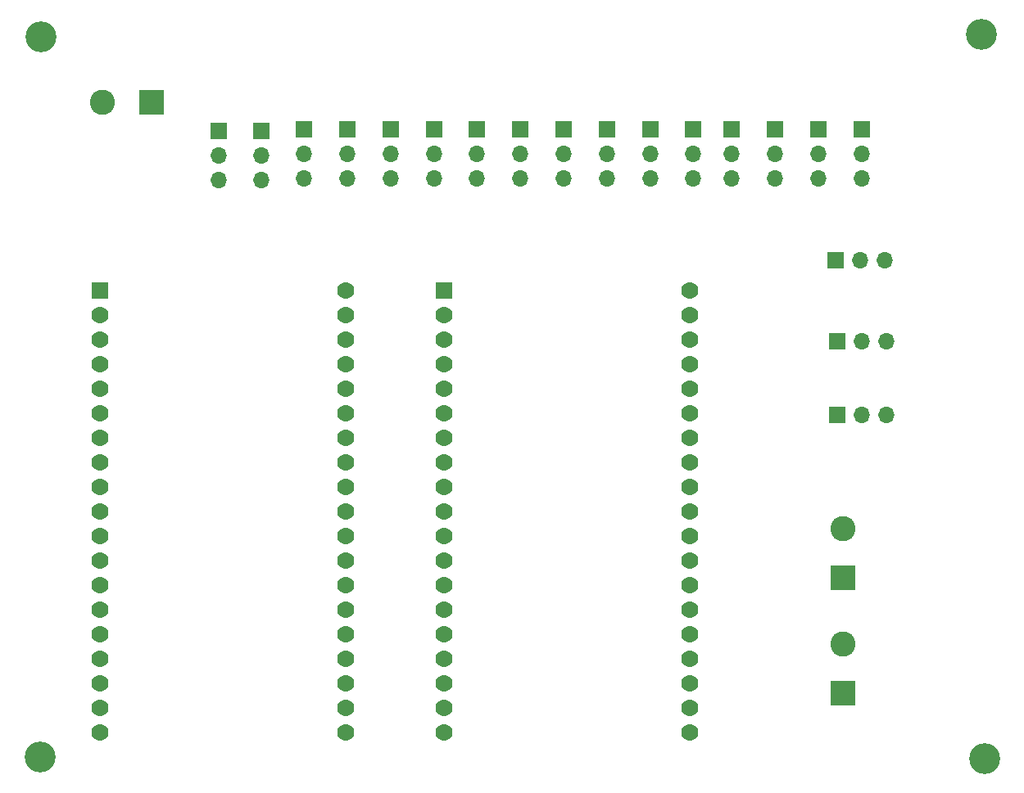
<source format=gbr>
%TF.GenerationSoftware,KiCad,Pcbnew,8.0.8*%
%TF.CreationDate,2025-01-21T20:37:45-05:00*%
%TF.ProjectId,Pit_Droid_Controller,5069745f-4472-46f6-9964-5f436f6e7472,rev?*%
%TF.SameCoordinates,Original*%
%TF.FileFunction,Soldermask,Top*%
%TF.FilePolarity,Negative*%
%FSLAX46Y46*%
G04 Gerber Fmt 4.6, Leading zero omitted, Abs format (unit mm)*
G04 Created by KiCad (PCBNEW 8.0.8) date 2025-01-21 20:37:45*
%MOMM*%
%LPD*%
G01*
G04 APERTURE LIST*
G04 Aperture macros list*
%AMRoundRect*
0 Rectangle with rounded corners*
0 $1 Rounding radius*
0 $2 $3 $4 $5 $6 $7 $8 $9 X,Y pos of 4 corners*
0 Add a 4 corners polygon primitive as box body*
4,1,4,$2,$3,$4,$5,$6,$7,$8,$9,$2,$3,0*
0 Add four circle primitives for the rounded corners*
1,1,$1+$1,$2,$3*
1,1,$1+$1,$4,$5*
1,1,$1+$1,$6,$7*
1,1,$1+$1,$8,$9*
0 Add four rect primitives between the rounded corners*
20,1,$1+$1,$2,$3,$4,$5,0*
20,1,$1+$1,$4,$5,$6,$7,0*
20,1,$1+$1,$6,$7,$8,$9,0*
20,1,$1+$1,$8,$9,$2,$3,0*%
G04 Aperture macros list end*
%ADD10C,3.200000*%
%ADD11R,1.700000X1.700000*%
%ADD12O,1.700000X1.700000*%
%ADD13RoundRect,0.102000X-0.780000X-0.780000X0.780000X-0.780000X0.780000X0.780000X-0.780000X0.780000X0*%
%ADD14C,1.764000*%
%ADD15R,2.600000X2.600000*%
%ADD16C,2.600000*%
G04 APERTURE END LIST*
D10*
%TO.C,REF\u002A\u002A*%
X175260000Y-132080000D03*
%TD*%
D11*
%TO.C,J7*%
X158083005Y-67005000D03*
D12*
X158083005Y-69545000D03*
X158083005Y-72085000D03*
%TD*%
D11*
%TO.C,J17*%
X160020000Y-96520000D03*
D12*
X162560000Y-96520000D03*
X165100000Y-96520000D03*
%TD*%
D11*
%TO.C,J16*%
X127299506Y-67005000D03*
D12*
X127299506Y-69545000D03*
X127299506Y-72085000D03*
%TD*%
D11*
%TO.C,J5*%
X149144643Y-67005000D03*
D12*
X149144643Y-69545000D03*
X149144643Y-72085000D03*
%TD*%
D13*
%TO.C,U1*%
X83888000Y-83611000D03*
D14*
X83888000Y-86151000D03*
X83888000Y-88691000D03*
X83888000Y-91231000D03*
X83888000Y-93771000D03*
X83888000Y-96311000D03*
X83888000Y-98851000D03*
X83888000Y-101391000D03*
X83888000Y-103931000D03*
X83888000Y-106471000D03*
X83888000Y-109011000D03*
X83888000Y-111551000D03*
X83888000Y-114091000D03*
X83888000Y-116631000D03*
X83888000Y-119171000D03*
X83888000Y-121711000D03*
X83888000Y-124251000D03*
X83888000Y-126791000D03*
X83888000Y-129331000D03*
X109288000Y-83611000D03*
X109288000Y-86151000D03*
X109288000Y-88691000D03*
X109288000Y-91231000D03*
X109288000Y-93771000D03*
X109288000Y-96311000D03*
X109288000Y-98851000D03*
X109288000Y-101391000D03*
X109288000Y-103931000D03*
X109288000Y-106471000D03*
X109288000Y-109011000D03*
X109288000Y-111551000D03*
X109288000Y-114091000D03*
X109288000Y-116631000D03*
X109288000Y-119171000D03*
X109288000Y-121711000D03*
X109288000Y-124251000D03*
X109288000Y-126791000D03*
X109288000Y-129331000D03*
%TD*%
D11*
%TO.C,J15*%
X122830325Y-67005000D03*
D12*
X122830325Y-69545000D03*
X122830325Y-72085000D03*
%TD*%
D11*
%TO.C,J2*%
X136237868Y-67005000D03*
D12*
X136237868Y-69545000D03*
X136237868Y-72085000D03*
%TD*%
D15*
%TO.C,J50*%
X89171000Y-64155000D03*
D16*
X84091000Y-64155000D03*
%TD*%
D11*
%TO.C,J13*%
X113891963Y-67005000D03*
D12*
X113891963Y-69545000D03*
X113891963Y-72085000D03*
%TD*%
D11*
%TO.C,J11*%
X104953601Y-67005000D03*
D12*
X104953601Y-69545000D03*
X104953601Y-72085000D03*
%TD*%
D11*
%TO.C,J6*%
X153613824Y-67005000D03*
D12*
X153613824Y-69545000D03*
X153613824Y-72085000D03*
%TD*%
D13*
%TO.C,U4*%
X119380000Y-83611000D03*
D14*
X119380000Y-86151000D03*
X119380000Y-88691000D03*
X119380000Y-91231000D03*
X119380000Y-93771000D03*
X119380000Y-96311000D03*
X119380000Y-98851000D03*
X119380000Y-101391000D03*
X119380000Y-103931000D03*
X119380000Y-106471000D03*
X119380000Y-109011000D03*
X119380000Y-111551000D03*
X119380000Y-114091000D03*
X119380000Y-116631000D03*
X119380000Y-119171000D03*
X119380000Y-121711000D03*
X119380000Y-124251000D03*
X119380000Y-126791000D03*
X119380000Y-129331000D03*
X144780000Y-83611000D03*
X144780000Y-86151000D03*
X144780000Y-88691000D03*
X144780000Y-91231000D03*
X144780000Y-93771000D03*
X144780000Y-96311000D03*
X144780000Y-98851000D03*
X144780000Y-101391000D03*
X144780000Y-103931000D03*
X144780000Y-106471000D03*
X144780000Y-109011000D03*
X144780000Y-111551000D03*
X144780000Y-114091000D03*
X144780000Y-116631000D03*
X144780000Y-119171000D03*
X144780000Y-121711000D03*
X144780000Y-124251000D03*
X144780000Y-126791000D03*
X144780000Y-129331000D03*
%TD*%
D11*
%TO.C,J32*%
X159894084Y-80488027D03*
D12*
X162434084Y-80488027D03*
X164974084Y-80488027D03*
%TD*%
D11*
%TO.C,J3*%
X140707049Y-67005000D03*
D12*
X140707049Y-69545000D03*
X140707049Y-72085000D03*
%TD*%
D11*
%TO.C,J1*%
X131768687Y-67005000D03*
D12*
X131768687Y-69545000D03*
X131768687Y-72085000D03*
%TD*%
D11*
%TO.C,J4*%
X145176230Y-67005000D03*
D12*
X145176230Y-69545000D03*
X145176230Y-72085000D03*
%TD*%
D15*
%TO.C,J51*%
X160636000Y-125267000D03*
D16*
X160636000Y-120187000D03*
%TD*%
D10*
%TO.C,REF\u002A\u002A*%
X77760444Y-57404349D03*
%TD*%
D11*
%TO.C,J9*%
X96095133Y-67142489D03*
D12*
X96095133Y-69682489D03*
X96095133Y-72222489D03*
%TD*%
D15*
%TO.C,J28*%
X160636000Y-113353000D03*
D16*
X160636000Y-108273000D03*
%TD*%
D11*
%TO.C,J12*%
X109422782Y-67005000D03*
D12*
X109422782Y-69545000D03*
X109422782Y-72085000D03*
%TD*%
D11*
%TO.C,J14*%
X118361144Y-67005000D03*
D12*
X118361144Y-69545000D03*
X118361144Y-72085000D03*
%TD*%
D10*
%TO.C,REF\u002A\u002A*%
X77643587Y-131941666D03*
%TD*%
%TO.C,REF\u002A\u002A*%
X174912825Y-57135490D03*
%TD*%
D11*
%TO.C,J31*%
X160020000Y-88900000D03*
D12*
X162560000Y-88900000D03*
X165100000Y-88900000D03*
%TD*%
D11*
%TO.C,J10*%
X100564315Y-67142489D03*
D12*
X100564315Y-69682489D03*
X100564315Y-72222489D03*
%TD*%
D11*
%TO.C,J8*%
X162552186Y-67005000D03*
D12*
X162552186Y-69545000D03*
X162552186Y-72085000D03*
%TD*%
M02*

</source>
